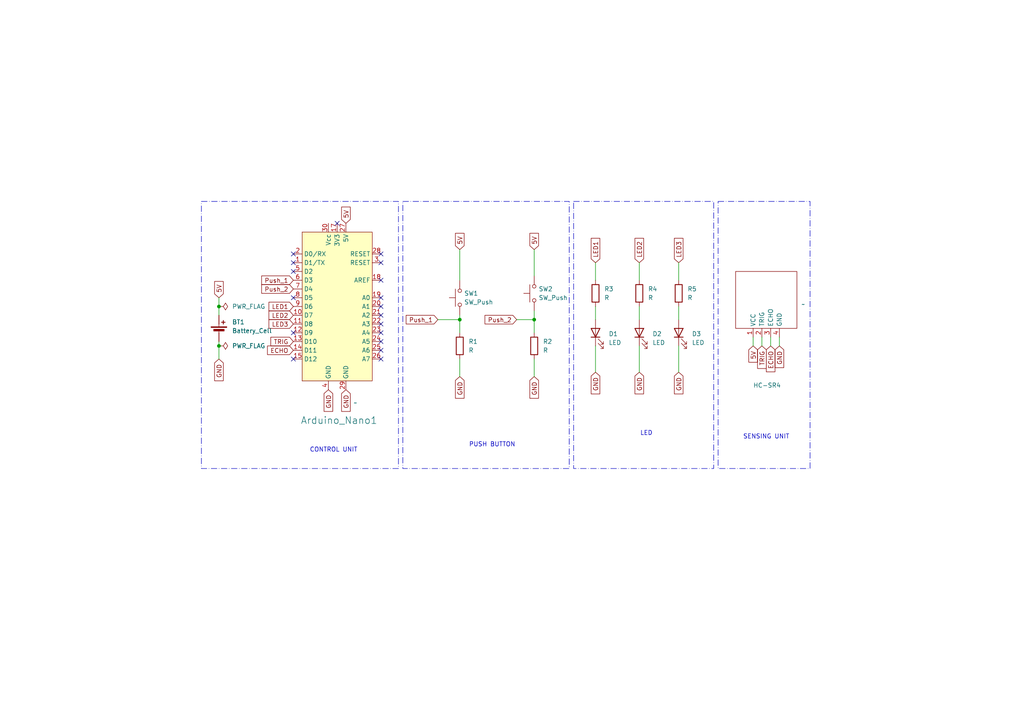
<source format=kicad_sch>
(kicad_sch (version 20231120) (generator "eeschema") (generator_version "8.0")
  (paper "A4")
  (title_block (title "MINI PROJECT ") (date "2024-12-15"))
  (lib_symbols
    (symbol "Device:Battery_Cell" (pin_numbers hide) (pin_names (offset 0) hide)
      (property "Reference" "BT" (at 2.54 2.54 0))
      (property "Value" "Battery_Cell" (at 2.54 0 0))
      (symbol "Battery_Cell_0_1"
        (rectangle (start -2.286 1.778) (end 2.286 1.524) (fill (type outline)))
        (rectangle (start -1.524 1.016) (end 1.524 0.508) (fill (type outline)))
        (polyline (pts (xy 0 0.762) (xy 0 0)))
        (polyline (pts (xy 0 1.778) (xy 0 2.54)))
        (polyline (pts (xy 0.762 3.048) (xy 1.778 3.048)) (stroke (width 0.254)))
        (polyline (pts (xy 1.27 3.556) (xy 1.27 2.54)) (stroke (width 0.254)))
      )
      (symbol "Battery_Cell_1_1"
        (pin passive line (at 0 5.08 270) (length 2.54) (name "+") (number "1"))
        (pin passive line (at 0 -2.54 90) (length 2.54) (name "-") (number "2"))
      )
    )
    (symbol "Device:LED" (pin_numbers hide) (pin_names (offset 1.016) hide)
      (property "Reference" "D" (at 0 2.54 0))
      (property "Value" "LED" (at 0 -2.54 0))
      (symbol "LED_0_1"
        (polyline (pts (xy -1.27 -1.27) (xy -1.27 1.27)) (stroke (width 0.254)))
        (polyline (pts (xy -1.27 0) (xy 1.27 0)))
        (polyline (pts (xy 1.27 -1.27) (xy 1.27 1.27) (xy -1.27 0) (xy 1.27 -1.27)) (stroke (width 0.254)))
        (polyline (pts (xy -3.048 -0.762) (xy -4.572 -2.286) (xy -3.81 -2.286) (xy -4.572 -2.286) (xy -4.572 -1.524)))
        (polyline (pts (xy -1.778 -0.762) (xy -3.302 -2.286) (xy -2.54 -2.286) (xy -3.302 -2.286) (xy -3.302 -1.524)))
      )
      (symbol "LED_1_1"
        (pin passive line (at -3.81 0 0) (length 2.54) (name "K") (number "1"))
        (pin passive line (at 3.81 0 180) (length 2.54) (name "A") (number "2"))
      )
    )
    (symbol "Device:R" (pin_numbers hide) (pin_names (offset 0))
      (property "Reference" "R" (at 2.032 0 90))
      (property "Value" "R" (at 0 0 90))
      (symbol "R_0_1"
        (rectangle (start -1.016 -2.54) (end 1.016 2.54) (stroke (width 0.254)))
      )
      (symbol "R_1_1"
        (pin passive line (at 0 3.81 270) (length 1.27) (name "~") (number "1"))
        (pin passive line (at 0 -3.81 90) (length 1.27) (name "~") (number "2"))
      )
    )
    (symbol "MCU_Module:Arduino_Nano_C"
      (property "Reference" "Arduino_Nano" (at 0 -30.734 0))
      (symbol "Arduino_Nano_C_1_1"
        (rectangle (start -10.16 20.32) (end 10.16 -22.86) (fill (type background)))
        (pin bidirectional line (at -12.7 11.43 0) (length 2.54) (name "D1/TX") (number "1"))
        (pin bidirectional line (at -12.7 -3.81 0) (length 2.54) (name "D7") (number "10"))
        (pin bidirectional line (at -12.7 -6.35 0) (length 2.54) (name "D8") (number "11"))
        (pin bidirectional line (at -12.7 -8.89 0) (length 2.54) (name "D9") (number "12"))
        (pin bidirectional line (at -12.7 -11.43 0) (length 2.54) (name "D10") (number "13"))
        (pin bidirectional line (at -12.7 -13.97 0) (length 2.54) (name "D11") (number "14"))
        (pin bidirectional line (at -12.7 -16.51 0) (length 2.54) (name "D12") (number "15"))
        (pin power_out line (at 0 22.86 270) (length 2.54) (name "3V3") (number "17"))
        (pin input line (at 12.7 6.35 180) (length 2.54) (name "AREF") (number "18"))
        (pin input line (at 12.7 1.27 180) (length 2.54) (name "A0") (number "19"))
        (pin bidirectional line (at -12.7 13.97 0) (length 2.54) (name "D0/RX") (number "2"))
        (pin input line (at 12.7 -1.27 180) (length 2.54) (name "A1") (number "20"))
        (pin input line (at 12.7 -3.81 180) (length 2.54) (name "A2") (number "21"))
        (pin bidirectional line (at 12.7 -6.35 180) (length 2.54) (name "A3") (number "22"))
        (pin input line (at 12.7 -8.89 180) (length 2.54) (name "A4") (number "23"))
        (pin input line (at 12.7 -11.43 180) (length 2.54) (name "A5") (number "24"))
        (pin input line (at 12.7 -13.97 180) (length 2.54) (name "A6") (number "25"))
        (pin bidirectional line (at 12.7 -16.51 180) (length 2.54) (name "A7") (number "26"))
        (pin bidirectional line (at 2.54 22.86 270) (length 2.54) (name "5V") (number "27"))
        (pin input line (at 12.7 13.97 180) (length 2.54) (name "RESET") (number "28"))
        (pin bidirectional line (at 2.54 -25.4 90) (length 2.54) (name "GND") (number "29"))
        (pin input line (at 12.7 11.43 180) (length 2.54) (name "RESET") (number "3"))
        (pin power_in line (at -2.54 22.86 270) (length 2.54) (name "Vcc") (number "30"))
        (pin bidirectional line (at -2.54 -25.4 90) (length 2.54) (name "GND") (number "4"))
        (pin bidirectional line (at -12.7 8.89 0) (length 2.54) (name "D2") (number "5"))
        (pin bidirectional line (at -12.7 6.35 0) (length 2.54) (name "D3") (number "6"))
        (pin bidirectional line (at -12.7 3.81 0) (length 2.54) (name "D4") (number "7"))
        (pin bidirectional line (at -12.7 1.27 0) (length 2.54) (name "D5") (number "8"))
        (pin bidirectional line (at -12.7 -1.27 0) (length 2.54) (name "D6") (number "9"))
      )
    )
    (symbol "Sensor:HCSR04_C"
      (property "Reference" "HC-SR04" (at 0.508 -14.224 0))
      (symbol "HCSR04_C_0_1"
        (rectangle (start -8.89 7.62) (end 8.89 -8.89))
      )
      (symbol "HCSR04_C_1_1"
        (pin power_in line (at -3.81 -11.43 90) (length 2.54) (name "VCC") (number "1"))
        (pin input line (at -1.27 -11.43 90) (length 2.54) (name "TRIG") (number "2"))
        (pin output line (at 1.27 -11.43 90) (length 2.54) (name "ECHO") (number "3"))
        (pin power_in line (at 3.81 -11.43 90) (length 2.54) (name "GND") (number "4"))
      )
    )
    (symbol "Switch:SW_Push" (pin_numbers hide) (pin_names (offset 1.016) hide)
      (property "Reference" "SW" (at 1.27 2.54 0))
      (property "Value" "SW_Push" (at 0 -1.524 0))
      (symbol "SW_Push_0_1"
        (circle (center -2.032 0) (radius 0.508))
        (polyline (pts (xy 0 1.27) (xy 0 3.048)))
        (polyline (pts (xy 2.54 1.27) (xy -2.54 1.27)))
        (circle (center 2.032 0) (radius 0.508))
        (pin passive line (at -5.08 0 0) (length 2.54) (name "1") (number "1"))
        (pin passive line (at 5.08 0 180) (length 2.54) (name "2") (number "2"))
      )
    )
    (symbol "power:PWR_FLAG" (power) (pin_numbers hide) (pin_names (offset 0) hide)
      (property "Value" "PWR_FLAG" (at 0 3.81 0))
      (symbol "PWR_FLAG_0_0"
        (pin power_out line (at 0 0 90) (length 0) (name "~") (number "1"))
      )
      (symbol "PWR_FLAG_0_1"
        (polyline (pts (xy 0 0) (xy 0 1.27) (xy -1.016 1.905) (xy 0 2.54) (xy 1.016 1.905) (xy 0 1.27)))
      )
    )
  )
  (junction (at 63.5 88.9))
  (junction (at 154.94 92.71))
  (junction (at 63.5 100.33))
  (junction (at 133.35 92.71))
  (no_connect (at 110.49 93.98))
  (no_connect (at 97.79 64.77))
  (no_connect (at 110.49 76.2))
  (no_connect (at 110.49 91.44))
  (no_connect (at 85.09 78.74))
  (no_connect (at 110.49 96.52))
  (no_connect (at 110.49 101.6))
  (no_connect (at 85.09 73.66))
  (no_connect (at 85.09 86.36))
  (no_connect (at 85.09 76.2))
  (no_connect (at 85.09 104.14))
  (no_connect (at 110.49 88.9))
  (no_connect (at 110.49 73.66))
  (no_connect (at 85.09 96.52))
  (no_connect (at 110.49 104.14))
  (no_connect (at 110.49 86.36))
  (no_connect (at 110.49 81.28))
  (no_connect (at 110.49 99.06))
  (wire (pts (xy 172.72 76.2) (xy 172.72 81.28)))
  (wire (pts (xy 196.85 76.2) (xy 196.85 81.28)))
  (wire (pts (xy 172.72 88.9) (xy 172.72 92.71)))
  (wire (pts (xy 63.5 99.06) (xy 63.5 100.33)))
  (wire (pts (xy 63.5 100.33) (xy 63.5 104.14)))
  (wire (pts (xy 127 92.71) (xy 133.35 92.71)))
  (wire (pts (xy 220.98 97.79) (xy 220.98 100.33)))
  (wire (pts (xy 63.5 88.9) (xy 63.5 91.44)))
  (wire (pts (xy 226.06 97.79) (xy 226.06 100.33)))
  (wire (pts (xy 154.94 104.14) (xy 154.94 109.22)))
  (wire (pts (xy 218.44 97.79) (xy 218.44 100.33)))
  (wire (pts (xy 149.86 92.71) (xy 154.94 92.71)))
  (wire (pts (xy 154.94 90.17) (xy 154.94 92.71)))
  (wire (pts (xy 185.42 88.9) (xy 185.42 92.71)))
  (wire (pts (xy 154.94 72.39) (xy 154.94 80.01)))
  (wire (pts (xy 196.85 100.33) (xy 196.85 107.95)))
  (wire (pts (xy 154.94 92.71) (xy 154.94 96.52)))
  (wire (pts (xy 185.42 76.2) (xy 185.42 81.28)))
  (wire (pts (xy 196.85 88.9) (xy 196.85 92.71)))
  (wire (pts (xy 172.72 100.33) (xy 172.72 107.95)))
  (wire (pts (xy 185.42 100.33) (xy 185.42 107.95)))
  (wire (pts (xy 63.5 86.36) (xy 63.5 88.9)))
  (wire (pts (xy 133.35 92.71) (xy 133.35 96.52)))
  (wire (pts (xy 133.35 104.14) (xy 133.35 109.22)))
  (wire (pts (xy 133.35 91.44) (xy 133.35 92.71)))
  (wire (pts (xy 133.35 72.39) (xy 133.35 81.28)))
  (wire (pts (xy 223.52 97.79) (xy 223.52 100.33)))
  (rectangle (start 116.84 58.42) (end 165.1 135.89) (stroke (width 0) (type dash_dot)))
  (rectangle (start 58.42 58.42) (end 115.57 135.89) (stroke (width 0) (type dash_dot)))
  (rectangle (start 208.28 58.42) (end 234.95 135.89) (stroke (width 0) (type dash_dot)))
  (rectangle (start 166.37 58.42) (end 207.01 135.89) (stroke (width 0) (type dash_dot)))
  (text "CONTROL UNIT\n" (at 96.774 130.556 0) (effects (font (size 1.27 1.27))))
  (text "PUSH BUTTON\n\n" (at 142.748 130.048 0) (effects (font (size 1.27 1.27))))
  (text "SENSING UNIT\n" (at 222.25 126.746 0) (effects (font (size 1.27 1.27))))
  (text "LED \n" (at 187.96 125.73 0) (effects (font (size 1.27 1.27))))
  (global_label "GND" (shape input) (at 133.35 109.22 270) (property "Intersheetrefs" "${INTERSHEET_REFS}" (effects (hide yes))))
  (global_label "GND" (shape input) (at 95.25 113.03 270) (property "Intersheetrefs" "${INTERSHEET_REFS}" (effects (hide yes))))
  (global_label "5V" (shape input) (at 63.5 86.36 90) (property "Intersheetrefs" "${INTERSHEET_REFS}" (effects (hide yes))))
  (global_label "Push_1" (shape input) (at 85.09 81.28 180) (property "Intersheetrefs" "${INTERSHEET_REFS}" (effects (hide yes))))
  (global_label "TRIG" (shape input) (at 85.09 99.06 180) (property "Intersheetrefs" "${INTERSHEET_REFS}" (effects (hide yes))))
  (global_label "LED1" (shape input) (at 85.09 88.9 180) (property "Intersheetrefs" "${INTERSHEET_REFS}" (effects (hide yes))))
  (global_label "LED3" (shape input) (at 85.09 93.98 180) (property "Intersheetrefs" "${INTERSHEET_REFS}" (effects (hide yes))))
  (global_label "5V" (shape input) (at 154.94 72.39 90) (property "Intersheetrefs" "${INTERSHEET_REFS}" (effects (hide yes))))
  (global_label "ECHO" (shape input) (at 223.52 100.33 270) (property "Intersheetrefs" "${INTERSHEET_REFS}" (effects (hide yes))))
  (global_label "GND" (shape input) (at 226.06 100.33 270) (property "Intersheetrefs" "${INTERSHEET_REFS}" (effects (hide yes))))
  (global_label "LED3" (shape input) (at 196.85 76.2 90) (property "Intersheetrefs" "${INTERSHEET_REFS}" (effects (hide yes))))
  (global_label "GND" (shape input) (at 100.33 113.03 270) (property "Intersheetrefs" "${INTERSHEET_REFS}" (effects (hide yes))))
  (global_label "5V" (shape input) (at 133.35 72.39 90) (property "Intersheetrefs" "${INTERSHEET_REFS}" (effects (hide yes))))
  (global_label "5V" (shape input) (at 218.44 100.33 270) (property "Intersheetrefs" "${INTERSHEET_REFS}" (effects (hide yes))))
  (global_label "GND" (shape input) (at 185.42 107.95 270) (property "Intersheetrefs" "${INTERSHEET_REFS}" (effects (hide yes))))
  (global_label "LED2" (shape input) (at 85.09 91.44 180) (property "Intersheetrefs" "${INTERSHEET_REFS}" (effects (hide yes))))
  (global_label "LED1" (shape input) (at 172.72 76.2 90) (property "Intersheetrefs" "${INTERSHEET_REFS}" (effects (hide yes))))
  (global_label "GND" (shape input) (at 63.5 104.14 270) (property "Intersheetrefs" "${INTERSHEET_REFS}" (effects (hide yes))))
  (global_label "LED2" (shape input) (at 185.42 76.2 90) (property "Intersheetrefs" "${INTERSHEET_REFS}" (effects (hide yes))))
  (global_label "ECHO" (shape input) (at 85.09 101.6 180) (property "Intersheetrefs" "${INTERSHEET_REFS}" (effects (hide yes))))
  (global_label "Push_1" (shape input) (at 127 92.71 180) (property "Intersheetrefs" "${INTERSHEET_REFS}" (effects (hide yes))))
  (global_label "TRIG" (shape input) (at 220.98 100.33 270) (property "Intersheetrefs" "${INTERSHEET_REFS}" (effects (hide yes))))
  (global_label "5V" (shape input) (at 100.33 64.77 90) (property "Intersheetrefs" "${INTERSHEET_REFS}" (effects (hide yes))))
  (global_label "GND" (shape input) (at 172.72 107.95 270) (property "Intersheetrefs" "${INTERSHEET_REFS}" (effects (hide yes))))
  (global_label "Push_2" (shape input) (at 85.09 83.82 180) (property "Intersheetrefs" "${INTERSHEET_REFS}" (effects (hide yes))))
  (global_label "GND" (shape input) (at 154.94 109.22 270) (property "Intersheetrefs" "${INTERSHEET_REFS}" (effects (hide yes))))
  (global_label "GND" (shape input) (at 196.85 107.95 270) (property "Intersheetrefs" "${INTERSHEET_REFS}" (effects (hide yes))))
  (global_label "Push_2" (shape input) (at 149.86 92.71 180) (property "Intersheetrefs" "${INTERSHEET_REFS}" (effects (hide yes))))
  (symbol (lib_id "Device:LED") (at 185.42 96.52 90) (unit 1)
    (property "Reference" "D2" (at 189.23 96.8374 90) (effects (justify right)))
    (property "Value" "LED" (at 189.23 99.3774 90) (effects (justify right)))
    (property "Footprint" "LED_THT:LED_D5.0mm" (effects (hide yes)))
    (property "Description" "Light emitting diode" (effects (hide yes)))
  )
  (symbol (lib_id "Device:LED") (at 172.72 96.52 90) (unit 1)
    (property "Reference" "D1" (at 176.53 96.8374 90) (effects (justify right)))
    (property "Value" "LED" (at 176.53 99.3774 90) (effects (justify right)))
    (property "Footprint" "LED_THT:LED_D5.0mm" (effects (hide yes)))
    (property "Description" "Light emitting diode" (effects (hide yes)))
  )
  (symbol (lib_id "Device:Battery_Cell") (at 63.5 96.52 0) (unit 1)
    (property "Reference" "BT1" (at 67.31 93.4084 0) (effects (justify left)))
    (property "Value" "Battery_Cell" (at 67.31 95.9484 0) (effects (justify left)))
    (property "Description" "Single-cell battery" (effects (hide yes)))
  )
  (symbol (lib_id "Device:R") (at 196.85 85.09 0) (unit 1)
    (property "Reference" "R5" (at 199.39 83.8199 0) (effects (justify left)))
    (property "Value" "R" (at 199.39 86.3599 0) (effects (justify left)))
    (property "Footprint" "Resistor_THT:R_Axial_DIN0207_L6.3mm_D2.5mm_P15.24mm_Horizontal" (effects (hide yes)))
    (property "Description" "Resistor" (effects (hide yes)))
  )
  (symbol (lib_id "power:PWR_FLAG") (at 63.5 88.9 270) (unit 1)
    (property "Reference" "#FLG01" (effects (hide yes)))
    (property "Value" "PWR_FLAG" (at 67.31 88.8999 90) (effects (justify left)))
    (property "Description" "Special symbol for telling ERC where power comes from" (effects (hide yes)))
  )
  (symbol (lib_id "Device:R") (at 154.94 100.33 0) (unit 1)
    (property "Reference" "R2" (at 157.48 99.0599 0) (effects (justify left)))
    (property "Value" "R" (at 157.48 101.5999 0) (effects (justify left)))
    (property "Footprint" "Resistor_THT:R_Axial_DIN0207_L6.3mm_D2.5mm_P15.24mm_Horizontal" (effects (hide yes)))
    (property "Description" "Resistor" (effects (hide yes)))
  )
  (symbol (lib_id "Sensor:HCSR04_C") (at 222.25 86.36 0) (unit 1)
    (property "Reference" "HC-SR4" (at 218.44 111.76 0) (effects (justify left)))
    (property "Value" "~" (at 232.41 88.265 0) (effects (justify left)))
    (property "Footprint" "Sensor_Distance:HC-SR04_C" (effects (hide yes)))
  )
  (symbol (lib_id "MCU_Module:Arduino_Nano_C") (at 97.79 87.63 0) (unit 1)
    (property "Reference" "Arduino_Nano1" (at 87.122 121.92 0) (effects (font (size 2 2)) (justify left)))
    (property "Value" "~" (at 102.5241 116.84 0) (effects (justify left)))
    (property "Footprint" "Arduino_C:Arduino_Nano_C" (effects (hide yes)))
  )
  (symbol (lib_id "Device:LED") (at 196.85 96.52 90) (unit 1)
    (property "Reference" "D3" (at 200.66 96.8374 90) (effects (justify right)))
    (property "Value" "LED" (at 200.66 99.3774 90) (effects (justify right)))
    (property "Footprint" "LED_THT:LED_D5.0mm" (effects (hide yes)))
    (property "Description" "Light emitting diode" (effects (hide yes)))
  )
  (symbol (lib_id "Device:R") (at 133.35 100.33 0) (unit 1)
    (property "Reference" "R1" (at 135.89 99.0599 0) (effects (justify left)))
    (property "Value" "R" (at 135.89 101.5999 0) (effects (justify left)))
    (property "Footprint" "Resistor_THT:R_Axial_DIN0207_L6.3mm_D2.5mm_P15.24mm_Horizontal" (effects (hide yes)))
    (property "Description" "Resistor" (effects (hide yes)))
  )
  (symbol (lib_id "Switch:SW_Push") (at 133.35 86.36 90) (unit 1)
    (property "Reference" "SW1" (at 134.62 85.0899 90) (effects (justify right)))
    (property "Value" "SW_Push" (at 134.62 87.6299 90) (effects (justify right)))
    (property "Footprint" "Button_Switch_THT:SW_PUSH_6mm_H5mm" (effects (hide yes)))
    (property "Description" "Push button switch, generic, two pins" (effects (hide yes)))
  )
  (symbol (lib_id "Device:R") (at 172.72 85.09 0) (unit 1)
    (property "Reference" "R3" (at 175.26 83.8199 0) (effects (justify left)))
    (property "Value" "R" (at 175.26 86.3599 0) (effects (justify left)))
    (property "Footprint" "Resistor_THT:R_Axial_DIN0207_L6.3mm_D2.5mm_P15.24mm_Horizontal" (effects (hide yes)))
    (property "Description" "Resistor" (effects (hide yes)))
  )
  (symbol (lib_id "Device:R") (at 185.42 85.09 0) (unit 1)
    (property "Reference" "R4" (at 187.96 83.8199 0) (effects (justify left)))
    (property "Value" "R" (at 187.96 86.3599 0) (effects (justify left)))
    (property "Footprint" "Resistor_THT:R_Axial_DIN0207_L6.3mm_D2.5mm_P15.24mm_Horizontal" (effects (hide yes)))
    (property "Description" "Resistor" (effects (hide yes)))
  )
  (symbol (lib_id "power:PWR_FLAG") (at 63.5 100.33 270) (unit 1)
    (property "Reference" "#FLG02" (effects (hide yes)))
    (property "Value" "PWR_FLAG" (at 67.31 100.3299 90) (effects (justify left)))
    (property "Description" "Special symbol for telling ERC where power comes from" (effects (hide yes)))
  )
  (symbol (lib_id "Switch:SW_Push") (at 154.94 85.09 90) (unit 1)
    (property "Reference" "SW2" (at 156.21 83.8199 90) (effects (justify right)))
    (property "Value" "SW_Push" (at 156.21 86.3599 90) (effects (justify right)))
    (property "Footprint" "Button_Switch_THT:SW_PUSH_6mm_H5mm" (effects (hide yes)))
    (property "Description" "Push button switch, generic, two pins" (effects (hide yes)))
  )
)
</source>
